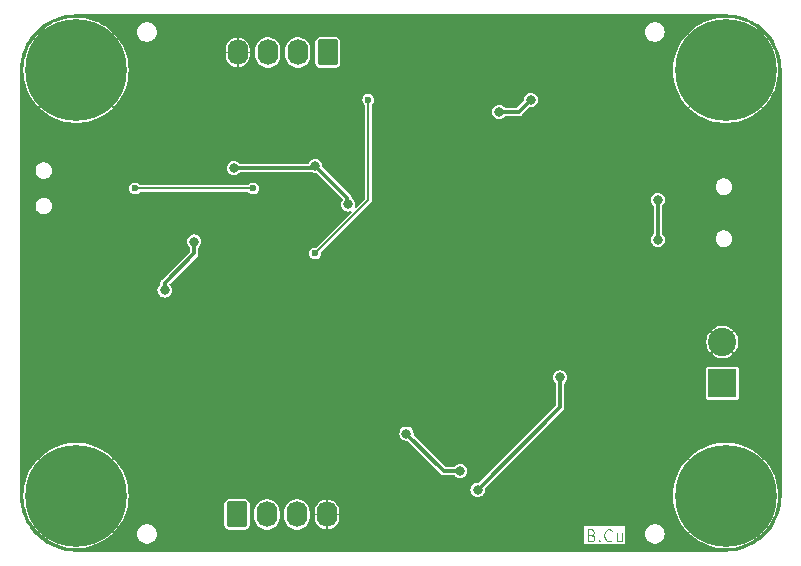
<source format=gbr>
%TF.GenerationSoftware,KiCad,Pcbnew,8.0.1*%
%TF.CreationDate,2024-04-03T13:36:13+02:00*%
%TF.ProjectId,stm32f405_v8,73746d33-3266-4343-9035-5f76382e6b69,rev?*%
%TF.SameCoordinates,Original*%
%TF.FileFunction,Copper,L4,Bot*%
%TF.FilePolarity,Positive*%
%FSLAX46Y46*%
G04 Gerber Fmt 4.6, Leading zero omitted, Abs format (unit mm)*
G04 Created by KiCad (PCBNEW 8.0.1) date 2024-04-03 13:36:13*
%MOMM*%
%LPD*%
G01*
G04 APERTURE LIST*
G04 Aperture macros list*
%AMRoundRect*
0 Rectangle with rounded corners*
0 $1 Rounding radius*
0 $2 $3 $4 $5 $6 $7 $8 $9 X,Y pos of 4 corners*
0 Add a 4 corners polygon primitive as box body*
4,1,4,$2,$3,$4,$5,$6,$7,$8,$9,$2,$3,0*
0 Add four circle primitives for the rounded corners*
1,1,$1+$1,$2,$3*
1,1,$1+$1,$4,$5*
1,1,$1+$1,$6,$7*
1,1,$1+$1,$8,$9*
0 Add four rect primitives between the rounded corners*
20,1,$1+$1,$2,$3,$4,$5,0*
20,1,$1+$1,$4,$5,$6,$7,0*
20,1,$1+$1,$6,$7,$8,$9,0*
20,1,$1+$1,$8,$9,$2,$3,0*%
G04 Aperture macros list end*
%ADD10C,0.100000*%
%TA.AperFunction,NonConductor*%
%ADD11C,0.100000*%
%TD*%
%TA.AperFunction,ComponentPad*%
%ADD12RoundRect,0.250000X-0.620000X-0.845000X0.620000X-0.845000X0.620000X0.845000X-0.620000X0.845000X0*%
%TD*%
%TA.AperFunction,ComponentPad*%
%ADD13O,1.740000X2.190000*%
%TD*%
%TA.AperFunction,ComponentPad*%
%ADD14RoundRect,0.250000X0.620000X0.845000X-0.620000X0.845000X-0.620000X-0.845000X0.620000X-0.845000X0*%
%TD*%
%TA.AperFunction,ComponentPad*%
%ADD15C,0.900000*%
%TD*%
%TA.AperFunction,ComponentPad*%
%ADD16C,8.600000*%
%TD*%
%TA.AperFunction,ComponentPad*%
%ADD17R,2.400000X2.400000*%
%TD*%
%TA.AperFunction,ComponentPad*%
%ADD18C,2.400000*%
%TD*%
%TA.AperFunction,ViaPad*%
%ADD19C,0.600000*%
%TD*%
%TA.AperFunction,ViaPad*%
%ADD20C,0.800000*%
%TD*%
%TA.AperFunction,Conductor*%
%ADD21C,0.304800*%
%TD*%
%TA.AperFunction,Conductor*%
%ADD22C,0.152400*%
%TD*%
G04 APERTURE END LIST*
D10*
D11*
X123637217Y-119348609D02*
X123780074Y-119396228D01*
X123780074Y-119396228D02*
X123827693Y-119443847D01*
X123827693Y-119443847D02*
X123875312Y-119539085D01*
X123875312Y-119539085D02*
X123875312Y-119681942D01*
X123875312Y-119681942D02*
X123827693Y-119777180D01*
X123827693Y-119777180D02*
X123780074Y-119824800D01*
X123780074Y-119824800D02*
X123684836Y-119872419D01*
X123684836Y-119872419D02*
X123303884Y-119872419D01*
X123303884Y-119872419D02*
X123303884Y-118872419D01*
X123303884Y-118872419D02*
X123637217Y-118872419D01*
X123637217Y-118872419D02*
X123732455Y-118920038D01*
X123732455Y-118920038D02*
X123780074Y-118967657D01*
X123780074Y-118967657D02*
X123827693Y-119062895D01*
X123827693Y-119062895D02*
X123827693Y-119158133D01*
X123827693Y-119158133D02*
X123780074Y-119253371D01*
X123780074Y-119253371D02*
X123732455Y-119300990D01*
X123732455Y-119300990D02*
X123637217Y-119348609D01*
X123637217Y-119348609D02*
X123303884Y-119348609D01*
X124303884Y-119777180D02*
X124351503Y-119824800D01*
X124351503Y-119824800D02*
X124303884Y-119872419D01*
X124303884Y-119872419D02*
X124256265Y-119824800D01*
X124256265Y-119824800D02*
X124303884Y-119777180D01*
X124303884Y-119777180D02*
X124303884Y-119872419D01*
X125351502Y-119777180D02*
X125303883Y-119824800D01*
X125303883Y-119824800D02*
X125161026Y-119872419D01*
X125161026Y-119872419D02*
X125065788Y-119872419D01*
X125065788Y-119872419D02*
X124922931Y-119824800D01*
X124922931Y-119824800D02*
X124827693Y-119729561D01*
X124827693Y-119729561D02*
X124780074Y-119634323D01*
X124780074Y-119634323D02*
X124732455Y-119443847D01*
X124732455Y-119443847D02*
X124732455Y-119300990D01*
X124732455Y-119300990D02*
X124780074Y-119110514D01*
X124780074Y-119110514D02*
X124827693Y-119015276D01*
X124827693Y-119015276D02*
X124922931Y-118920038D01*
X124922931Y-118920038D02*
X125065788Y-118872419D01*
X125065788Y-118872419D02*
X125161026Y-118872419D01*
X125161026Y-118872419D02*
X125303883Y-118920038D01*
X125303883Y-118920038D02*
X125351502Y-118967657D01*
X126208645Y-119205752D02*
X126208645Y-119872419D01*
X125780074Y-119205752D02*
X125780074Y-119729561D01*
X125780074Y-119729561D02*
X125827693Y-119824800D01*
X125827693Y-119824800D02*
X125922931Y-119872419D01*
X125922931Y-119872419D02*
X126065788Y-119872419D01*
X126065788Y-119872419D02*
X126161026Y-119824800D01*
X126161026Y-119824800D02*
X126208645Y-119777180D01*
D12*
%TO.P,J4,1,Pin_1*%
%TO.N,+3.3V*%
X93620000Y-117600000D03*
D13*
%TO.P,J4,2,Pin_2*%
%TO.N,UART3_TX*%
X96160000Y-117600000D03*
%TO.P,J4,3,Pin_3*%
%TO.N,UART3_RX*%
X98700000Y-117600000D03*
%TO.P,J4,4,Pin_4*%
%TO.N,GND*%
X101240000Y-117600000D03*
%TD*%
D14*
%TO.P,J3,1,Pin_1*%
%TO.N,+3.3V*%
X101310000Y-78480000D03*
D13*
%TO.P,J3,2,Pin_2*%
%TO.N,I2C_SCL*%
X98770000Y-78480000D03*
%TO.P,J3,3,Pin_3*%
%TO.N,I2C_SDA*%
X96230000Y-78480000D03*
%TO.P,J3,4,Pin_4*%
%TO.N,GND*%
X93690000Y-78480000D03*
%TD*%
D15*
%TO.P,H2,1,1*%
%TO.N,GND*%
X131775000Y-116000000D03*
X132719581Y-113719581D03*
X132719581Y-118280419D03*
X135000000Y-112775000D03*
D16*
X135000000Y-116000000D03*
D15*
X135000000Y-119225000D03*
X137280419Y-113719581D03*
X137280419Y-118280419D03*
X138225000Y-116000000D03*
%TD*%
D17*
%TO.P,J1,1,Pin_1*%
%TO.N,+12V*%
X134725000Y-106500000D03*
D18*
%TO.P,J1,2,Pin_2*%
%TO.N,GND*%
X134725000Y-103000000D03*
%TD*%
D15*
%TO.P,H1,1,1*%
%TO.N,GND*%
X131775000Y-80000000D03*
X132719581Y-77719581D03*
X132719581Y-82280419D03*
X135000000Y-76775000D03*
D16*
X135000000Y-80000000D03*
D15*
X135000000Y-83225000D03*
X137280419Y-77719581D03*
X137280419Y-82280419D03*
X138225000Y-80000000D03*
%TD*%
%TO.P,H4,1,1*%
%TO.N,GND*%
X76775000Y-80000000D03*
X77719581Y-77719581D03*
X77719581Y-82280419D03*
X80000000Y-76775000D03*
D16*
X80000000Y-80000000D03*
D15*
X80000000Y-83225000D03*
X82280419Y-77719581D03*
X82280419Y-82280419D03*
X83225000Y-80000000D03*
%TD*%
%TO.P,H3,1,1*%
%TO.N,GND*%
X76775000Y-116000000D03*
X77719581Y-113719581D03*
X77719581Y-118280419D03*
X80000000Y-112775000D03*
D16*
X80000000Y-116000000D03*
D15*
X80000000Y-119225000D03*
X82280419Y-113719581D03*
X82280419Y-118280419D03*
X83225000Y-116000000D03*
%TD*%
D19*
%TO.N,GND*%
X97500000Y-102000000D03*
X96900000Y-83200000D03*
X100225000Y-90675000D03*
X96375000Y-106125000D03*
X109950000Y-89050000D03*
X98525000Y-106800000D03*
X99000000Y-83100000D03*
D20*
%TO.N,+3.3V*%
X121000000Y-106000000D03*
X107975000Y-110750000D03*
X100250000Y-88075000D03*
X112525000Y-113925000D03*
X114000000Y-115500000D03*
X103050000Y-91350000D03*
X87500000Y-98625000D03*
X115823800Y-83500000D03*
X90002400Y-94497600D03*
X93350000Y-88275000D03*
X118500000Y-82500000D03*
D19*
%TO.N,BOOT0*%
X95000000Y-90000000D03*
X85000000Y-90000000D03*
D20*
%TO.N,+5V*%
X129250000Y-94350000D03*
X129250000Y-90950000D03*
D19*
%TO.N,NRST*%
X104750000Y-82500000D03*
X100250000Y-95500000D03*
%TD*%
D21*
%TO.N,+3.3V*%
X87500000Y-98000000D02*
X87500000Y-98625000D01*
X90002400Y-95497600D02*
X87500000Y-98000000D01*
X90002400Y-94497600D02*
X90002400Y-95497600D01*
X114000000Y-115500000D02*
X121000000Y-108500000D01*
X117500000Y-83500000D02*
X115823800Y-83500000D01*
X100050000Y-88275000D02*
X93350000Y-88275000D01*
X102975000Y-90800000D02*
X100250000Y-88075000D01*
X118500000Y-82500000D02*
X117500000Y-83500000D01*
X103050000Y-91350000D02*
X102975000Y-91275000D01*
X121000000Y-108500000D02*
X121000000Y-106000000D01*
X111150000Y-113925000D02*
X112525000Y-113925000D01*
X102975000Y-91275000D02*
X102975000Y-90800000D01*
X100250000Y-88075000D02*
X100050000Y-88275000D01*
X107975000Y-110750000D02*
X111150000Y-113925000D01*
D22*
%TO.N,BOOT0*%
X85000000Y-90000000D02*
X95000000Y-90000000D01*
D21*
%TO.N,+5V*%
X129250000Y-94350000D02*
X129250000Y-90950000D01*
D22*
%TO.N,NRST*%
X104750000Y-91000000D02*
X104750000Y-82500000D01*
X100250000Y-95500000D02*
X104750000Y-91000000D01*
%TD*%
%TA.AperFunction,Conductor*%
%TO.N,GND*%
G36*
X135001649Y-75254572D02*
G01*
X135410316Y-75272414D01*
X135416836Y-75272984D01*
X135820819Y-75326170D01*
X135827245Y-75327304D01*
X136225026Y-75415489D01*
X136231346Y-75417183D01*
X136619926Y-75539703D01*
X136626091Y-75541946D01*
X136746819Y-75591952D01*
X137002520Y-75697867D01*
X137008444Y-75700630D01*
X137369841Y-75888762D01*
X137375506Y-75892032D01*
X137475596Y-75955796D01*
X137719138Y-76110950D01*
X137724512Y-76114713D01*
X138047747Y-76362740D01*
X138052772Y-76366957D01*
X138222635Y-76522608D01*
X138353160Y-76642212D01*
X138357793Y-76646845D01*
X138633042Y-76947227D01*
X138637259Y-76952252D01*
X138885286Y-77275487D01*
X138889049Y-77280861D01*
X139052659Y-77537677D01*
X139094437Y-77603255D01*
X139107962Y-77624484D01*
X139111242Y-77630166D01*
X139299364Y-77991545D01*
X139302137Y-77997490D01*
X139458053Y-78373908D01*
X139460296Y-78380073D01*
X139582816Y-78768653D01*
X139584514Y-78774990D01*
X139672692Y-79172737D01*
X139673832Y-79179197D01*
X139727014Y-79583155D01*
X139727585Y-79589691D01*
X139745428Y-79998350D01*
X139745500Y-80001630D01*
X139745500Y-115998369D01*
X139745428Y-116001649D01*
X139727585Y-116410308D01*
X139727014Y-116416844D01*
X139673832Y-116820802D01*
X139672692Y-116827262D01*
X139584514Y-117225009D01*
X139582816Y-117231346D01*
X139460296Y-117619926D01*
X139458053Y-117626091D01*
X139302137Y-118002509D01*
X139299364Y-118008454D01*
X139111242Y-118369833D01*
X139107962Y-118375515D01*
X138889049Y-118719138D01*
X138885286Y-118724512D01*
X138637259Y-119047747D01*
X138633042Y-119052772D01*
X138357793Y-119353154D01*
X138353154Y-119357793D01*
X138052772Y-119633042D01*
X138047747Y-119637259D01*
X137724512Y-119885286D01*
X137719138Y-119889049D01*
X137375515Y-120107962D01*
X137369833Y-120111242D01*
X137008454Y-120299364D01*
X137002509Y-120302137D01*
X136626091Y-120458053D01*
X136619926Y-120460296D01*
X136231346Y-120582816D01*
X136225009Y-120584514D01*
X135827262Y-120672692D01*
X135820802Y-120673832D01*
X135416844Y-120727014D01*
X135410308Y-120727585D01*
X135001649Y-120745428D01*
X134998369Y-120745500D01*
X80001631Y-120745500D01*
X79998351Y-120745428D01*
X79589691Y-120727585D01*
X79583155Y-120727014D01*
X79179197Y-120673832D01*
X79172737Y-120672692D01*
X78774990Y-120584514D01*
X78768653Y-120582816D01*
X78380073Y-120460296D01*
X78373908Y-120458053D01*
X77997490Y-120302137D01*
X77991545Y-120299364D01*
X77630166Y-120111242D01*
X77624484Y-120107962D01*
X77581377Y-120080500D01*
X77475507Y-120013053D01*
X77280861Y-119889049D01*
X77275487Y-119885286D01*
X76952252Y-119637259D01*
X76947227Y-119633042D01*
X76649209Y-119359959D01*
X76646839Y-119357787D01*
X76642212Y-119353160D01*
X76446924Y-119140041D01*
X76366957Y-119052772D01*
X76362740Y-119047747D01*
X76114713Y-118724512D01*
X76110950Y-118719138D01*
X76071051Y-118656509D01*
X75892032Y-118375506D01*
X75888762Y-118369841D01*
X75700630Y-118008444D01*
X75697867Y-118002520D01*
X75563585Y-117678333D01*
X75541946Y-117626091D01*
X75539703Y-117619926D01*
X75417183Y-117231346D01*
X75415489Y-117225026D01*
X75327304Y-116827245D01*
X75326170Y-116820819D01*
X75272984Y-116416836D01*
X75272414Y-116410308D01*
X75269894Y-116352600D01*
X75254572Y-116001649D01*
X75254536Y-116000000D01*
X75542551Y-116000000D01*
X75562734Y-116423697D01*
X75623103Y-116843578D01*
X75623103Y-116843580D01*
X75723109Y-117255811D01*
X75861847Y-117656668D01*
X76038051Y-118042502D01*
X76038063Y-118042525D01*
X76250154Y-118409877D01*
X76250155Y-118409878D01*
X76496205Y-118755408D01*
X76496214Y-118755420D01*
X76773989Y-119075989D01*
X76773997Y-119075997D01*
X76795620Y-119096614D01*
X76795622Y-119096614D01*
X78425838Y-117466397D01*
X78533601Y-117574160D01*
X76905948Y-119201812D01*
X77080997Y-119368719D01*
X77081000Y-119368722D01*
X77414419Y-119630925D01*
X77414434Y-119630936D01*
X77771276Y-119860264D01*
X78148294Y-120054631D01*
X78148316Y-120054641D01*
X78542109Y-120212292D01*
X78949114Y-120331800D01*
X79365637Y-120412078D01*
X79365640Y-120412079D01*
X79787895Y-120452399D01*
X79787899Y-120452400D01*
X80212101Y-120452400D01*
X80212104Y-120452399D01*
X80634359Y-120412079D01*
X80634362Y-120412078D01*
X81050885Y-120331800D01*
X81457890Y-120212292D01*
X81851685Y-120054640D01*
X81851694Y-120054636D01*
X82228724Y-119860264D01*
X82585565Y-119630936D01*
X82585580Y-119630925D01*
X82918999Y-119368722D01*
X82919001Y-119368720D01*
X83043512Y-119250000D01*
X85164925Y-119250000D01*
X85183173Y-119423622D01*
X85183173Y-119423623D01*
X85237118Y-119589651D01*
X85237121Y-119589658D01*
X85324409Y-119740845D01*
X85441227Y-119870583D01*
X85441232Y-119870587D01*
X85582458Y-119973194D01*
X85582461Y-119973195D01*
X85582462Y-119973196D01*
X85741948Y-120044204D01*
X85912711Y-120080500D01*
X85912713Y-120080500D01*
X86087287Y-120080500D01*
X86087289Y-120080500D01*
X86258052Y-120044204D01*
X86417538Y-119973196D01*
X86558774Y-119870582D01*
X86675590Y-119740845D01*
X86688393Y-119718669D01*
X86762878Y-119589658D01*
X86762881Y-119589651D01*
X86782774Y-119528427D01*
X86816827Y-119423622D01*
X86835075Y-119250000D01*
X86816827Y-119076378D01*
X86782774Y-118971573D01*
X86762881Y-118910348D01*
X86762878Y-118910341D01*
X86675590Y-118759154D01*
X86558772Y-118629416D01*
X86558767Y-118629412D01*
X86417541Y-118526805D01*
X86355703Y-118499273D01*
X92549500Y-118499273D01*
X92552353Y-118529692D01*
X92552354Y-118529699D01*
X92552355Y-118529701D01*
X92597205Y-118657879D01*
X92597207Y-118657882D01*
X92677850Y-118767150D01*
X92786586Y-118847400D01*
X92787117Y-118847792D01*
X92787120Y-118847794D01*
X92805888Y-118854361D01*
X92915301Y-118892646D01*
X92929347Y-118893963D01*
X92945727Y-118895500D01*
X92945734Y-118895500D01*
X94294272Y-118895500D01*
X94308312Y-118894182D01*
X94324699Y-118892646D01*
X94452882Y-118847793D01*
X94562150Y-118767150D01*
X94642793Y-118657882D01*
X94687646Y-118529699D01*
X94689073Y-118514482D01*
X94690500Y-118499273D01*
X94690500Y-117930435D01*
X95089500Y-117930435D01*
X95127846Y-118123219D01*
X95130638Y-118137253D01*
X95211335Y-118332072D01*
X95328488Y-118507404D01*
X95328490Y-118507406D01*
X95328492Y-118507409D01*
X95477590Y-118656507D01*
X95477593Y-118656509D01*
X95477596Y-118656512D01*
X95652928Y-118773665D01*
X95847747Y-118854362D01*
X95985625Y-118881787D01*
X96054564Y-118895500D01*
X96054565Y-118895500D01*
X96265436Y-118895500D01*
X96317139Y-118885215D01*
X96472253Y-118854362D01*
X96667072Y-118773665D01*
X96842404Y-118656512D01*
X96991512Y-118507404D01*
X97108665Y-118332072D01*
X97189362Y-118137253D01*
X97230500Y-117930435D01*
X97629500Y-117930435D01*
X97667846Y-118123219D01*
X97670638Y-118137253D01*
X97751335Y-118332072D01*
X97868488Y-118507404D01*
X97868490Y-118507406D01*
X97868492Y-118507409D01*
X98017590Y-118656507D01*
X98017593Y-118656509D01*
X98017596Y-118656512D01*
X98192928Y-118773665D01*
X98387747Y-118854362D01*
X98525625Y-118881787D01*
X98594564Y-118895500D01*
X98594565Y-118895500D01*
X98805436Y-118895500D01*
X98857139Y-118885215D01*
X99012253Y-118854362D01*
X99207072Y-118773665D01*
X99382404Y-118656512D01*
X99531512Y-118507404D01*
X99648665Y-118332072D01*
X99729362Y-118137253D01*
X99770500Y-117930435D01*
X99770500Y-117925698D01*
X100217600Y-117925698D01*
X100256889Y-118123219D01*
X100256890Y-118123222D01*
X100333960Y-118309286D01*
X100445852Y-118476744D01*
X100445854Y-118476747D01*
X100588252Y-118619145D01*
X100588255Y-118619147D01*
X100755713Y-118731039D01*
X100941777Y-118808109D01*
X100941780Y-118808110D01*
X101139301Y-118847400D01*
X101163800Y-118847400D01*
X101163800Y-118195000D01*
X101316200Y-118195000D01*
X101316200Y-118847400D01*
X101340699Y-118847400D01*
X101538219Y-118808110D01*
X101538222Y-118808109D01*
X101724286Y-118731039D01*
X101891744Y-118619147D01*
X101891747Y-118619145D01*
X101897700Y-118613192D01*
X123048384Y-118613192D01*
X123048384Y-120131646D01*
X126464145Y-120131646D01*
X126464145Y-119250000D01*
X128164925Y-119250000D01*
X128183173Y-119423622D01*
X128183173Y-119423623D01*
X128237118Y-119589651D01*
X128237121Y-119589658D01*
X128324409Y-119740845D01*
X128441227Y-119870583D01*
X128441232Y-119870587D01*
X128582458Y-119973194D01*
X128582461Y-119973195D01*
X128582462Y-119973196D01*
X128741948Y-120044204D01*
X128912711Y-120080500D01*
X128912713Y-120080500D01*
X129087287Y-120080500D01*
X129087289Y-120080500D01*
X129258052Y-120044204D01*
X129417538Y-119973196D01*
X129558774Y-119870582D01*
X129675590Y-119740845D01*
X129688393Y-119718669D01*
X129762878Y-119589658D01*
X129762881Y-119589651D01*
X129782774Y-119528427D01*
X129816827Y-119423622D01*
X129835075Y-119250000D01*
X129816827Y-119076378D01*
X129782774Y-118971573D01*
X129762881Y-118910348D01*
X129762878Y-118910341D01*
X129675590Y-118759154D01*
X129558772Y-118629416D01*
X129558767Y-118629412D01*
X129417541Y-118526805D01*
X129258053Y-118455796D01*
X129201131Y-118443697D01*
X129087289Y-118419500D01*
X128912711Y-118419500D01*
X128827329Y-118437648D01*
X128741946Y-118455796D01*
X128582459Y-118526805D01*
X128441232Y-118629412D01*
X128441227Y-118629416D01*
X128324409Y-118759154D01*
X128237121Y-118910341D01*
X128237118Y-118910348D01*
X128183173Y-119076376D01*
X128183173Y-119076377D01*
X128164925Y-119249999D01*
X128164925Y-119250000D01*
X126464145Y-119250000D01*
X126464145Y-118613192D01*
X123048384Y-118613192D01*
X101897700Y-118613192D01*
X102034145Y-118476747D01*
X102034147Y-118476744D01*
X102146039Y-118309286D01*
X102223109Y-118123222D01*
X102223110Y-118123219D01*
X102262400Y-117925698D01*
X102262400Y-117676200D01*
X101835000Y-117676200D01*
X101835000Y-117523800D01*
X102262400Y-117523800D01*
X102262400Y-117274301D01*
X102223110Y-117076780D01*
X102223109Y-117076777D01*
X102146039Y-116890713D01*
X102034147Y-116723255D01*
X102034145Y-116723252D01*
X101891747Y-116580854D01*
X101891744Y-116580852D01*
X101724286Y-116468960D01*
X101538222Y-116391890D01*
X101538219Y-116391889D01*
X101340699Y-116352600D01*
X101316200Y-116352600D01*
X101316200Y-117005000D01*
X101163800Y-117005000D01*
X101163800Y-116352600D01*
X101139301Y-116352600D01*
X100941780Y-116391889D01*
X100941777Y-116391890D01*
X100755713Y-116468960D01*
X100588255Y-116580852D01*
X100588252Y-116580854D01*
X100445854Y-116723252D01*
X100445852Y-116723255D01*
X100333960Y-116890713D01*
X100256890Y-117076777D01*
X100256889Y-117076780D01*
X100217600Y-117274301D01*
X100217600Y-117523800D01*
X100645000Y-117523800D01*
X100645000Y-117676200D01*
X100217600Y-117676200D01*
X100217600Y-117925698D01*
X99770500Y-117925698D01*
X99770500Y-117269565D01*
X99763557Y-117234662D01*
X99741522Y-117123882D01*
X99729362Y-117062747D01*
X99648665Y-116867928D01*
X99531512Y-116692596D01*
X99531509Y-116692593D01*
X99531507Y-116692590D01*
X99382409Y-116543492D01*
X99382406Y-116543490D01*
X99382404Y-116543488D01*
X99207072Y-116426335D01*
X99200703Y-116423697D01*
X99123912Y-116391889D01*
X99012253Y-116345638D01*
X99012251Y-116345637D01*
X99012250Y-116345637D01*
X98805436Y-116304500D01*
X98805435Y-116304500D01*
X98594565Y-116304500D01*
X98594564Y-116304500D01*
X98387749Y-116345637D01*
X98387747Y-116345638D01*
X98192929Y-116426334D01*
X98017593Y-116543490D01*
X98017590Y-116543492D01*
X97868492Y-116692590D01*
X97868490Y-116692593D01*
X97751334Y-116867929D01*
X97670638Y-117062747D01*
X97670637Y-117062749D01*
X97629500Y-117269564D01*
X97629500Y-117930435D01*
X97230500Y-117930435D01*
X97230500Y-117269565D01*
X97223557Y-117234662D01*
X97201522Y-117123882D01*
X97189362Y-117062747D01*
X97108665Y-116867928D01*
X96991512Y-116692596D01*
X96991509Y-116692593D01*
X96991507Y-116692590D01*
X96842409Y-116543492D01*
X96842406Y-116543490D01*
X96842404Y-116543488D01*
X96667072Y-116426335D01*
X96660703Y-116423697D01*
X96583912Y-116391889D01*
X96472253Y-116345638D01*
X96472251Y-116345637D01*
X96472250Y-116345637D01*
X96265436Y-116304500D01*
X96265435Y-116304500D01*
X96054565Y-116304500D01*
X96054564Y-116304500D01*
X95847749Y-116345637D01*
X95847747Y-116345638D01*
X95652929Y-116426334D01*
X95477593Y-116543490D01*
X95477590Y-116543492D01*
X95328492Y-116692590D01*
X95328490Y-116692593D01*
X95211334Y-116867929D01*
X95130638Y-117062747D01*
X95130637Y-117062749D01*
X95089500Y-117269564D01*
X95089500Y-117930435D01*
X94690500Y-117930435D01*
X94690500Y-116700726D01*
X94688869Y-116683343D01*
X94687646Y-116670301D01*
X94643273Y-116543490D01*
X94642794Y-116542120D01*
X94642792Y-116542117D01*
X94562150Y-116432850D01*
X94452882Y-116352207D01*
X94452879Y-116352205D01*
X94355470Y-116318121D01*
X94324699Y-116307354D01*
X94324694Y-116307353D01*
X94324692Y-116307353D01*
X94294273Y-116304500D01*
X94294266Y-116304500D01*
X92945734Y-116304500D01*
X92945727Y-116304500D01*
X92915307Y-116307353D01*
X92915303Y-116307353D01*
X92915301Y-116307354D01*
X92915298Y-116307354D01*
X92915298Y-116307355D01*
X92787120Y-116352205D01*
X92787117Y-116352207D01*
X92677850Y-116432850D01*
X92597207Y-116542117D01*
X92597205Y-116542120D01*
X92552355Y-116670298D01*
X92552353Y-116670307D01*
X92549500Y-116700726D01*
X92549500Y-118499273D01*
X86355703Y-118499273D01*
X86258053Y-118455796D01*
X86201131Y-118443697D01*
X86087289Y-118419500D01*
X85912711Y-118419500D01*
X85827329Y-118437648D01*
X85741946Y-118455796D01*
X85582459Y-118526805D01*
X85441232Y-118629412D01*
X85441227Y-118629416D01*
X85324409Y-118759154D01*
X85237121Y-118910341D01*
X85237118Y-118910348D01*
X85183173Y-119076376D01*
X85183173Y-119076377D01*
X85164925Y-119249999D01*
X85164925Y-119250000D01*
X83043512Y-119250000D01*
X83094050Y-119201812D01*
X81466398Y-117574160D01*
X81574160Y-117466398D01*
X83204376Y-119096614D01*
X83204377Y-119096614D01*
X83226011Y-119075988D01*
X83503785Y-118755420D01*
X83503794Y-118755408D01*
X83749844Y-118409878D01*
X83749845Y-118409877D01*
X83961936Y-118042525D01*
X83961948Y-118042502D01*
X84138152Y-117656668D01*
X84276890Y-117255811D01*
X84376896Y-116843580D01*
X84376896Y-116843578D01*
X84437265Y-116423697D01*
X84457448Y-116000000D01*
X84437265Y-115576302D01*
X84426295Y-115500000D01*
X113394318Y-115500000D01*
X113414956Y-115656763D01*
X113475463Y-115802839D01*
X113475465Y-115802842D01*
X113571717Y-115928282D01*
X113649801Y-115988197D01*
X113697159Y-116024536D01*
X113843238Y-116085044D01*
X114000000Y-116105682D01*
X114156762Y-116085044D01*
X114302841Y-116024536D01*
X114334817Y-116000000D01*
X130542551Y-116000000D01*
X130562734Y-116423697D01*
X130623103Y-116843578D01*
X130623103Y-116843580D01*
X130723109Y-117255811D01*
X130861847Y-117656668D01*
X131038051Y-118042502D01*
X131038063Y-118042525D01*
X131250154Y-118409877D01*
X131250155Y-118409878D01*
X131496205Y-118755408D01*
X131496214Y-118755420D01*
X131773989Y-119075989D01*
X131773997Y-119075997D01*
X131795620Y-119096614D01*
X131795622Y-119096614D01*
X133425838Y-117466397D01*
X133533601Y-117574160D01*
X131905948Y-119201812D01*
X132080997Y-119368719D01*
X132081000Y-119368722D01*
X132414419Y-119630925D01*
X132414434Y-119630936D01*
X132771276Y-119860264D01*
X133148294Y-120054631D01*
X133148316Y-120054641D01*
X133542109Y-120212292D01*
X133949114Y-120331800D01*
X134365637Y-120412078D01*
X134365640Y-120412079D01*
X134787895Y-120452399D01*
X134787899Y-120452400D01*
X135212101Y-120452400D01*
X135212104Y-120452399D01*
X135634359Y-120412079D01*
X135634362Y-120412078D01*
X136050885Y-120331800D01*
X136457890Y-120212292D01*
X136851685Y-120054640D01*
X136851694Y-120054636D01*
X137228724Y-119860264D01*
X137585565Y-119630936D01*
X137585580Y-119630925D01*
X137918999Y-119368722D01*
X137919001Y-119368720D01*
X138094050Y-119201812D01*
X136466398Y-117574160D01*
X136574160Y-117466398D01*
X138204376Y-119096614D01*
X138204377Y-119096614D01*
X138226011Y-119075988D01*
X138503785Y-118755420D01*
X138503794Y-118755408D01*
X138749844Y-118409878D01*
X138749845Y-118409877D01*
X138961936Y-118042525D01*
X138961948Y-118042502D01*
X139138152Y-117656668D01*
X139276890Y-117255811D01*
X139376896Y-116843580D01*
X139376896Y-116843578D01*
X139437265Y-116423697D01*
X139457448Y-116000000D01*
X139437265Y-115576302D01*
X139376896Y-115156421D01*
X139376896Y-115156419D01*
X139276890Y-114744188D01*
X139138152Y-114343331D01*
X138961948Y-113957497D01*
X138961936Y-113957474D01*
X138749845Y-113590122D01*
X138749844Y-113590121D01*
X138503794Y-113244591D01*
X138503785Y-113244579D01*
X138226010Y-112924010D01*
X138226002Y-112924002D01*
X138204378Y-112903384D01*
X138204376Y-112903384D01*
X136574159Y-114533600D01*
X136466398Y-114425839D01*
X138094050Y-112798186D01*
X137919002Y-112631280D01*
X137918999Y-112631277D01*
X137585580Y-112369074D01*
X137585565Y-112369063D01*
X137228724Y-112139735D01*
X136851694Y-111945363D01*
X136851685Y-111945359D01*
X136457890Y-111787707D01*
X136050885Y-111668199D01*
X135634362Y-111587921D01*
X135634359Y-111587920D01*
X135212104Y-111547600D01*
X134787895Y-111547600D01*
X134365640Y-111587920D01*
X134365637Y-111587921D01*
X133949114Y-111668199D01*
X133542109Y-111787707D01*
X133148316Y-111945358D01*
X133148294Y-111945368D01*
X132771276Y-112139735D01*
X132414434Y-112369063D01*
X132414419Y-112369074D01*
X132081000Y-112631277D01*
X132080997Y-112631280D01*
X131905948Y-112798186D01*
X133533601Y-114425839D01*
X133425839Y-114533601D01*
X131795622Y-112903384D01*
X131795621Y-112903384D01*
X131773993Y-112924006D01*
X131496214Y-113244579D01*
X131496205Y-113244591D01*
X131250155Y-113590121D01*
X131250154Y-113590122D01*
X131038063Y-113957474D01*
X131038051Y-113957497D01*
X130861847Y-114343331D01*
X130723109Y-114744188D01*
X130623103Y-115156419D01*
X130623103Y-115156421D01*
X130562734Y-115576302D01*
X130542551Y-116000000D01*
X114334817Y-116000000D01*
X114428282Y-115928282D01*
X114524536Y-115802841D01*
X114585044Y-115656762D01*
X114605682Y-115500000D01*
X114598119Y-115442560D01*
X114609252Y-115392342D01*
X114619497Y-115379577D01*
X121282390Y-108716686D01*
X121328850Y-108636214D01*
X121352900Y-108546460D01*
X121352900Y-108453540D01*
X121352900Y-107719748D01*
X133324500Y-107719748D01*
X133336132Y-107778229D01*
X133336133Y-107778231D01*
X133380448Y-107844552D01*
X133446769Y-107888867D01*
X133476010Y-107894683D01*
X133505251Y-107900500D01*
X133505252Y-107900500D01*
X135944749Y-107900500D01*
X135964242Y-107896622D01*
X136003231Y-107888867D01*
X136069552Y-107844552D01*
X136113867Y-107778231D01*
X136125500Y-107719748D01*
X136125500Y-105280252D01*
X136113867Y-105221769D01*
X136069552Y-105155448D01*
X136003231Y-105111133D01*
X136003229Y-105111132D01*
X135944749Y-105099500D01*
X135944748Y-105099500D01*
X133505252Y-105099500D01*
X133505251Y-105099500D01*
X133446770Y-105111132D01*
X133446768Y-105111133D01*
X133380448Y-105155448D01*
X133336133Y-105221768D01*
X133336132Y-105221770D01*
X133324500Y-105280251D01*
X133324500Y-107719748D01*
X121352900Y-107719748D01*
X121352900Y-106523208D01*
X121370493Y-106474870D01*
X121382316Y-106463551D01*
X121428282Y-106428282D01*
X121524536Y-106302841D01*
X121585044Y-106156762D01*
X121605682Y-106000000D01*
X121585044Y-105843238D01*
X121524536Y-105697159D01*
X121488197Y-105649801D01*
X121428282Y-105571717D01*
X121302842Y-105475465D01*
X121302841Y-105475464D01*
X121302839Y-105475463D01*
X121156763Y-105414956D01*
X121000000Y-105394318D01*
X120843236Y-105414956D01*
X120697160Y-105475463D01*
X120697157Y-105475465D01*
X120571717Y-105571717D01*
X120475465Y-105697157D01*
X120475463Y-105697160D01*
X120414956Y-105843236D01*
X120414956Y-105843238D01*
X120394318Y-106000000D01*
X120414956Y-106156762D01*
X120475464Y-106302841D01*
X120571718Y-106428282D01*
X120617679Y-106463548D01*
X120645317Y-106506930D01*
X120647100Y-106523208D01*
X120647100Y-108322675D01*
X120629507Y-108371013D01*
X120625074Y-108375849D01*
X114120426Y-114880496D01*
X114073806Y-114902236D01*
X114057438Y-114901879D01*
X114000001Y-114894318D01*
X114000000Y-114894318D01*
X113947746Y-114901197D01*
X113843236Y-114914956D01*
X113697160Y-114975463D01*
X113697157Y-114975465D01*
X113571717Y-115071717D01*
X113475465Y-115197157D01*
X113475463Y-115197160D01*
X113414956Y-115343236D01*
X113394318Y-115500000D01*
X84426295Y-115500000D01*
X84376896Y-115156421D01*
X84376896Y-115156419D01*
X84276890Y-114744188D01*
X84138152Y-114343331D01*
X83961948Y-113957497D01*
X83961936Y-113957474D01*
X83749845Y-113590122D01*
X83749844Y-113590121D01*
X83503794Y-113244591D01*
X83503785Y-113244579D01*
X83226010Y-112924010D01*
X83226002Y-112924002D01*
X83204378Y-112903384D01*
X83204376Y-112903384D01*
X81574159Y-114533600D01*
X81466398Y-114425839D01*
X83094050Y-112798186D01*
X82919002Y-112631280D01*
X82918999Y-112631277D01*
X82585580Y-112369074D01*
X82585565Y-112369063D01*
X82228724Y-112139735D01*
X81851694Y-111945363D01*
X81851685Y-111945359D01*
X81457890Y-111787707D01*
X81050885Y-111668199D01*
X80634362Y-111587921D01*
X80634359Y-111587920D01*
X80212104Y-111547600D01*
X79787895Y-111547600D01*
X79365640Y-111587920D01*
X79365637Y-111587921D01*
X78949114Y-111668199D01*
X78542109Y-111787707D01*
X78148316Y-111945358D01*
X78148294Y-111945368D01*
X77771276Y-112139735D01*
X77414434Y-112369063D01*
X77414419Y-112369074D01*
X77081000Y-112631277D01*
X77080997Y-112631280D01*
X76905948Y-112798186D01*
X78533601Y-114425839D01*
X78425839Y-114533601D01*
X76795622Y-112903384D01*
X76795621Y-112903384D01*
X76773993Y-112924006D01*
X76496214Y-113244579D01*
X76496205Y-113244591D01*
X76250155Y-113590121D01*
X76250154Y-113590122D01*
X76038063Y-113957474D01*
X76038051Y-113957497D01*
X75861847Y-114343331D01*
X75723109Y-114744188D01*
X75623103Y-115156419D01*
X75623103Y-115156421D01*
X75562734Y-115576302D01*
X75542551Y-116000000D01*
X75254536Y-116000000D01*
X75254500Y-115998369D01*
X75254500Y-110750000D01*
X107369318Y-110750000D01*
X107389956Y-110906763D01*
X107450463Y-111052839D01*
X107450465Y-111052842D01*
X107546717Y-111178282D01*
X107624801Y-111238197D01*
X107672159Y-111274536D01*
X107818238Y-111335044D01*
X107975000Y-111355682D01*
X107975001Y-111355681D01*
X107975003Y-111355682D01*
X108032435Y-111348120D01*
X108082656Y-111359252D01*
X108095426Y-111369502D01*
X110933309Y-114207386D01*
X110933312Y-114207388D01*
X110933314Y-114207390D01*
X111013786Y-114253850D01*
X111103540Y-114277900D01*
X111196460Y-114277900D01*
X112001791Y-114277900D01*
X112050129Y-114295493D01*
X112061451Y-114307321D01*
X112096717Y-114353282D01*
X112174801Y-114413197D01*
X112222159Y-114449536D01*
X112368238Y-114510044D01*
X112525000Y-114530682D01*
X112681762Y-114510044D01*
X112827841Y-114449536D01*
X112953282Y-114353282D01*
X113049536Y-114227841D01*
X113110044Y-114081762D01*
X113130682Y-113925000D01*
X113110044Y-113768238D01*
X113049536Y-113622159D01*
X113013197Y-113574801D01*
X112953282Y-113496717D01*
X112827842Y-113400465D01*
X112827841Y-113400464D01*
X112827839Y-113400463D01*
X112681763Y-113339956D01*
X112525000Y-113319318D01*
X112368236Y-113339956D01*
X112222160Y-113400463D01*
X112222157Y-113400465D01*
X112096717Y-113496717D01*
X112061451Y-113542679D01*
X112018068Y-113570317D01*
X112001791Y-113572100D01*
X111327324Y-113572100D01*
X111278986Y-113554507D01*
X111274150Y-113550074D01*
X108594502Y-110870426D01*
X108572762Y-110823806D01*
X108573120Y-110807435D01*
X108580682Y-110750003D01*
X108580682Y-110750002D01*
X108580682Y-110750000D01*
X108560044Y-110593238D01*
X108499536Y-110447159D01*
X108463197Y-110399801D01*
X108403282Y-110321717D01*
X108277842Y-110225465D01*
X108277841Y-110225464D01*
X108277839Y-110225463D01*
X108131763Y-110164956D01*
X107975000Y-110144318D01*
X107818236Y-110164956D01*
X107672160Y-110225463D01*
X107672157Y-110225465D01*
X107546717Y-110321717D01*
X107450465Y-110447157D01*
X107450463Y-110447160D01*
X107389956Y-110593236D01*
X107369318Y-110750000D01*
X75254500Y-110750000D01*
X75254500Y-103000001D01*
X133367965Y-103000001D01*
X133386472Y-103223357D01*
X133441494Y-103440631D01*
X133441496Y-103440639D01*
X133531520Y-103645871D01*
X133531520Y-103645873D01*
X133654109Y-103833508D01*
X133716237Y-103900997D01*
X133716239Y-103900998D01*
X134246855Y-103370382D01*
X134354617Y-103478144D01*
X133821905Y-104010855D01*
X133821905Y-104010857D01*
X133982773Y-104136065D01*
X134179879Y-104242733D01*
X134179881Y-104242734D01*
X134391865Y-104315508D01*
X134391875Y-104315511D01*
X134612933Y-104352399D01*
X134612940Y-104352400D01*
X134837060Y-104352400D01*
X134837066Y-104352399D01*
X135058124Y-104315511D01*
X135058134Y-104315508D01*
X135270118Y-104242734D01*
X135270120Y-104242733D01*
X135467226Y-104136065D01*
X135628093Y-104010857D01*
X135628093Y-104010855D01*
X135095382Y-103478144D01*
X135203145Y-103370382D01*
X135733760Y-103900997D01*
X135733761Y-103900997D01*
X135795892Y-103833507D01*
X135918476Y-103645879D01*
X135918479Y-103645871D01*
X136008503Y-103440639D01*
X136008505Y-103440631D01*
X136063527Y-103223357D01*
X136082035Y-103000001D01*
X136082035Y-102999998D01*
X136063527Y-102776642D01*
X136008505Y-102559368D01*
X136008503Y-102559360D01*
X135918479Y-102354128D01*
X135918479Y-102354126D01*
X135795890Y-102166491D01*
X135733760Y-102099001D01*
X135203144Y-102629617D01*
X135095382Y-102521855D01*
X135628093Y-101989143D01*
X135628093Y-101989141D01*
X135467225Y-101863933D01*
X135270120Y-101757266D01*
X135270118Y-101757265D01*
X135058134Y-101684491D01*
X135058124Y-101684488D01*
X134837066Y-101647600D01*
X134612933Y-101647600D01*
X134391875Y-101684488D01*
X134391865Y-101684491D01*
X134179881Y-101757265D01*
X134179879Y-101757266D01*
X133982774Y-101863933D01*
X133821905Y-101989141D01*
X133821905Y-101989143D01*
X134354617Y-102521855D01*
X134246855Y-102629617D01*
X133716238Y-102099000D01*
X133716238Y-102099001D01*
X133654109Y-102166491D01*
X133531520Y-102354126D01*
X133531520Y-102354128D01*
X133441496Y-102559360D01*
X133441494Y-102559368D01*
X133386472Y-102776642D01*
X133367965Y-102999998D01*
X133367965Y-103000001D01*
X75254500Y-103000001D01*
X75254500Y-98625000D01*
X86894318Y-98625000D01*
X86914956Y-98781763D01*
X86975463Y-98927839D01*
X86975465Y-98927842D01*
X87071717Y-99053282D01*
X87149801Y-99113197D01*
X87197159Y-99149536D01*
X87343238Y-99210044D01*
X87500000Y-99230682D01*
X87656762Y-99210044D01*
X87802841Y-99149536D01*
X87928282Y-99053282D01*
X88024536Y-98927841D01*
X88085044Y-98781762D01*
X88105682Y-98625000D01*
X88085044Y-98468238D01*
X88024536Y-98322159D01*
X87928282Y-98196718D01*
X87928281Y-98196717D01*
X87925056Y-98194242D01*
X87897420Y-98150856D01*
X87904137Y-98099857D01*
X87917661Y-98081413D01*
X90284790Y-95714286D01*
X90331250Y-95633814D01*
X90355300Y-95544060D01*
X90355300Y-95451140D01*
X90355300Y-95020808D01*
X90372893Y-94972470D01*
X90384716Y-94961151D01*
X90430682Y-94925882D01*
X90526936Y-94800441D01*
X90587444Y-94654362D01*
X90608082Y-94497600D01*
X90587444Y-94340838D01*
X90526936Y-94194759D01*
X90490597Y-94147401D01*
X90430682Y-94069317D01*
X90305242Y-93973065D01*
X90305241Y-93973064D01*
X90305239Y-93973063D01*
X90159163Y-93912556D01*
X90002400Y-93891918D01*
X89845636Y-93912556D01*
X89699560Y-93973063D01*
X89699557Y-93973065D01*
X89574117Y-94069317D01*
X89477865Y-94194757D01*
X89477863Y-94194760D01*
X89417356Y-94340836D01*
X89396718Y-94497600D01*
X89417356Y-94654363D01*
X89477863Y-94800439D01*
X89477865Y-94800442D01*
X89572351Y-94923580D01*
X89574118Y-94925882D01*
X89620079Y-94961148D01*
X89647717Y-95004530D01*
X89649500Y-95020808D01*
X89649500Y-95320276D01*
X89631907Y-95368614D01*
X89627474Y-95373450D01*
X87283314Y-97717610D01*
X87250462Y-97750462D01*
X87217610Y-97783313D01*
X87217609Y-97783315D01*
X87171150Y-97863784D01*
X87147100Y-97953541D01*
X87147100Y-98101790D01*
X87129507Y-98150128D01*
X87117679Y-98161450D01*
X87071717Y-98196717D01*
X86975465Y-98322157D01*
X86975463Y-98322160D01*
X86914956Y-98468236D01*
X86894318Y-98625000D01*
X75254500Y-98625000D01*
X75254500Y-91543994D01*
X76569500Y-91543994D01*
X76591152Y-91652842D01*
X76596420Y-91679328D01*
X76649225Y-91806811D01*
X76725886Y-91921542D01*
X76725888Y-91921544D01*
X76725890Y-91921547D01*
X76823452Y-92019109D01*
X76823455Y-92019111D01*
X76823458Y-92019114D01*
X76938189Y-92095775D01*
X77065672Y-92148580D01*
X77147165Y-92164790D01*
X77201005Y-92175500D01*
X77201007Y-92175500D01*
X77338995Y-92175500D01*
X77383901Y-92166566D01*
X77474328Y-92148580D01*
X77601811Y-92095775D01*
X77716542Y-92019114D01*
X77814114Y-91921542D01*
X77890775Y-91806811D01*
X77943580Y-91679328D01*
X77970500Y-91543993D01*
X77970500Y-91406007D01*
X77943580Y-91270672D01*
X77890775Y-91143189D01*
X77814114Y-91028458D01*
X77814111Y-91028455D01*
X77814109Y-91028452D01*
X77716547Y-90930890D01*
X77716544Y-90930888D01*
X77716542Y-90930886D01*
X77601811Y-90854225D01*
X77532376Y-90825464D01*
X77474331Y-90801421D01*
X77474329Y-90801420D01*
X77338995Y-90774500D01*
X77338993Y-90774500D01*
X77201007Y-90774500D01*
X77201005Y-90774500D01*
X77065670Y-90801420D01*
X77065668Y-90801421D01*
X76938190Y-90854224D01*
X76823455Y-90930888D01*
X76823452Y-90930890D01*
X76725890Y-91028452D01*
X76725888Y-91028455D01*
X76649224Y-91143190D01*
X76596421Y-91270668D01*
X76596420Y-91270670D01*
X76569500Y-91406005D01*
X76569500Y-91543994D01*
X75254500Y-91543994D01*
X75254500Y-90000000D01*
X84494353Y-90000000D01*
X84514835Y-90142459D01*
X84574622Y-90273372D01*
X84574624Y-90273375D01*
X84653979Y-90364956D01*
X84668872Y-90382143D01*
X84789947Y-90459953D01*
X84928039Y-90500500D01*
X84928042Y-90500500D01*
X85071958Y-90500500D01*
X85071961Y-90500500D01*
X85210053Y-90459953D01*
X85331128Y-90382143D01*
X85363903Y-90344318D01*
X85400005Y-90302655D01*
X85444955Y-90277645D01*
X85456837Y-90276700D01*
X94543163Y-90276700D01*
X94591501Y-90294293D01*
X94599995Y-90302655D01*
X94668869Y-90382140D01*
X94668872Y-90382143D01*
X94789947Y-90459953D01*
X94928039Y-90500500D01*
X94928042Y-90500500D01*
X95071958Y-90500500D01*
X95071961Y-90500500D01*
X95210053Y-90459953D01*
X95331128Y-90382143D01*
X95425377Y-90273373D01*
X95485165Y-90142457D01*
X95505647Y-90000000D01*
X95485165Y-89857543D01*
X95425377Y-89726627D01*
X95425375Y-89726624D01*
X95331127Y-89617856D01*
X95331125Y-89617855D01*
X95210051Y-89540046D01*
X95210052Y-89540046D01*
X95071963Y-89499500D01*
X95071961Y-89499500D01*
X94928039Y-89499500D01*
X94928036Y-89499500D01*
X94789948Y-89540046D01*
X94668874Y-89617855D01*
X94668869Y-89617859D01*
X94599995Y-89697345D01*
X94555045Y-89722355D01*
X94543163Y-89723300D01*
X85456837Y-89723300D01*
X85408499Y-89705707D01*
X85400005Y-89697345D01*
X85331130Y-89617859D01*
X85331125Y-89617855D01*
X85210051Y-89540046D01*
X85210052Y-89540046D01*
X85071963Y-89499500D01*
X85071961Y-89499500D01*
X84928039Y-89499500D01*
X84928036Y-89499500D01*
X84789948Y-89540046D01*
X84668874Y-89617855D01*
X84668872Y-89617856D01*
X84574624Y-89726624D01*
X84574622Y-89726627D01*
X84514835Y-89857540D01*
X84494353Y-90000000D01*
X75254500Y-90000000D01*
X75254500Y-88543994D01*
X76569500Y-88543994D01*
X76596420Y-88679329D01*
X76596421Y-88679331D01*
X76649224Y-88806809D01*
X76649225Y-88806811D01*
X76725886Y-88921542D01*
X76725888Y-88921544D01*
X76725890Y-88921547D01*
X76823452Y-89019109D01*
X76823455Y-89019111D01*
X76823458Y-89019114D01*
X76938189Y-89095775D01*
X77065672Y-89148580D01*
X77147165Y-89164790D01*
X77201005Y-89175500D01*
X77201007Y-89175500D01*
X77338995Y-89175500D01*
X77383901Y-89166566D01*
X77474328Y-89148580D01*
X77601811Y-89095775D01*
X77716542Y-89019114D01*
X77814114Y-88921542D01*
X77890775Y-88806811D01*
X77943580Y-88679328D01*
X77970500Y-88543993D01*
X77970500Y-88406007D01*
X77944441Y-88275000D01*
X92744318Y-88275000D01*
X92764956Y-88431763D01*
X92825463Y-88577839D01*
X92825465Y-88577842D01*
X92921717Y-88703282D01*
X92999801Y-88763197D01*
X93047159Y-88799536D01*
X93193238Y-88860044D01*
X93350000Y-88880682D01*
X93506762Y-88860044D01*
X93652841Y-88799536D01*
X93778282Y-88703282D01*
X93792884Y-88684252D01*
X93813549Y-88657321D01*
X93856932Y-88629683D01*
X93873209Y-88627900D01*
X100000677Y-88627900D01*
X100029454Y-88633623D01*
X100093238Y-88660044D01*
X100250000Y-88680682D01*
X100250001Y-88680681D01*
X100250003Y-88680682D01*
X100307435Y-88673120D01*
X100357656Y-88684252D01*
X100370426Y-88694502D01*
X102564631Y-90888707D01*
X102586371Y-90935327D01*
X102573057Y-90985014D01*
X102571118Y-90987659D01*
X102525465Y-91047157D01*
X102525463Y-91047160D01*
X102464956Y-91193236D01*
X102444318Y-91350000D01*
X102464956Y-91506763D01*
X102525463Y-91652839D01*
X102525465Y-91652842D01*
X102621717Y-91778282D01*
X102699801Y-91838197D01*
X102747159Y-91874536D01*
X102893238Y-91935044D01*
X103050000Y-91955682D01*
X103206762Y-91935044D01*
X103227722Y-91926361D01*
X103279113Y-91924117D01*
X103319924Y-91955431D01*
X103331058Y-92005652D01*
X103309675Y-92049011D01*
X100381124Y-94977561D01*
X100334504Y-94999301D01*
X100327339Y-94999106D01*
X100327339Y-94999500D01*
X100178036Y-94999500D01*
X100039948Y-95040046D01*
X99918874Y-95117855D01*
X99918872Y-95117856D01*
X99824624Y-95226624D01*
X99824622Y-95226627D01*
X99764835Y-95357540D01*
X99744353Y-95500000D01*
X99764835Y-95642459D01*
X99824622Y-95773372D01*
X99824624Y-95773375D01*
X99918872Y-95882143D01*
X100039947Y-95959953D01*
X100178039Y-96000500D01*
X100178042Y-96000500D01*
X100321958Y-96000500D01*
X100321961Y-96000500D01*
X100460053Y-95959953D01*
X100581128Y-95882143D01*
X100675377Y-95773373D01*
X100735165Y-95642457D01*
X100755647Y-95500000D01*
X100746631Y-95437295D01*
X100757167Y-95386946D01*
X100767888Y-95373423D01*
X101791311Y-94350000D01*
X128644318Y-94350000D01*
X128664956Y-94506763D01*
X128725463Y-94652839D01*
X128725465Y-94652842D01*
X128821717Y-94778282D01*
X128899801Y-94838197D01*
X128947159Y-94874536D01*
X129093238Y-94935044D01*
X129250000Y-94955682D01*
X129406762Y-94935044D01*
X129552841Y-94874536D01*
X129678282Y-94778282D01*
X129774536Y-94652841D01*
X129835044Y-94506762D01*
X129855682Y-94350000D01*
X129851600Y-94318993D01*
X134149500Y-94318993D01*
X134176420Y-94454328D01*
X134229225Y-94581811D01*
X134305886Y-94696542D01*
X134305888Y-94696544D01*
X134305890Y-94696547D01*
X134403452Y-94794109D01*
X134403455Y-94794111D01*
X134403458Y-94794114D01*
X134518189Y-94870775D01*
X134645672Y-94923580D01*
X134727165Y-94939790D01*
X134781005Y-94950500D01*
X134781007Y-94950500D01*
X134918995Y-94950500D01*
X134963901Y-94941566D01*
X135054328Y-94923580D01*
X135181811Y-94870775D01*
X135296542Y-94794114D01*
X135394114Y-94696542D01*
X135470775Y-94581811D01*
X135523580Y-94454328D01*
X135550500Y-94318993D01*
X135550500Y-94181007D01*
X135523580Y-94045672D01*
X135470775Y-93918189D01*
X135394114Y-93803458D01*
X135394111Y-93803455D01*
X135394109Y-93803452D01*
X135296547Y-93705890D01*
X135296544Y-93705888D01*
X135296542Y-93705886D01*
X135181811Y-93629225D01*
X135181809Y-93629224D01*
X135054331Y-93576421D01*
X135054329Y-93576420D01*
X134918995Y-93549500D01*
X134918993Y-93549500D01*
X134781007Y-93549500D01*
X134781005Y-93549500D01*
X134645670Y-93576420D01*
X134645668Y-93576421D01*
X134518190Y-93629224D01*
X134403455Y-93705888D01*
X134403452Y-93705890D01*
X134305890Y-93803452D01*
X134305888Y-93803455D01*
X134229224Y-93918190D01*
X134176421Y-94045668D01*
X134176420Y-94045670D01*
X134171717Y-94069317D01*
X134149500Y-94181007D01*
X134149500Y-94318993D01*
X129851600Y-94318993D01*
X129835044Y-94193238D01*
X129774536Y-94047159D01*
X129717681Y-93973064D01*
X129678282Y-93921717D01*
X129632321Y-93886450D01*
X129604682Y-93843066D01*
X129602900Y-93826790D01*
X129602900Y-91473208D01*
X129620493Y-91424870D01*
X129632316Y-91413551D01*
X129678282Y-91378282D01*
X129774536Y-91252841D01*
X129835044Y-91106762D01*
X129855682Y-90950000D01*
X129835044Y-90793238D01*
X129774536Y-90647159D01*
X129725546Y-90583314D01*
X129678282Y-90521717D01*
X129552842Y-90425465D01*
X129552841Y-90425464D01*
X129477156Y-90394114D01*
X129406763Y-90364956D01*
X129250000Y-90344318D01*
X129093236Y-90364956D01*
X128947160Y-90425463D01*
X128947157Y-90425465D01*
X128821717Y-90521717D01*
X128725465Y-90647157D01*
X128725463Y-90647160D01*
X128664956Y-90793236D01*
X128644318Y-90950000D01*
X128664956Y-91106763D01*
X128725463Y-91252839D01*
X128725465Y-91252842D01*
X128800016Y-91350000D01*
X128821718Y-91378282D01*
X128867679Y-91413548D01*
X128895317Y-91456930D01*
X128897100Y-91473208D01*
X128897100Y-93826790D01*
X128879507Y-93875128D01*
X128867679Y-93886450D01*
X128821717Y-93921717D01*
X128725465Y-94047157D01*
X128725463Y-94047160D01*
X128664956Y-94193236D01*
X128644318Y-94350000D01*
X101791311Y-94350000D01*
X104971415Y-91169898D01*
X105007844Y-91106803D01*
X105026700Y-91036428D01*
X105026700Y-90963572D01*
X105026700Y-89918993D01*
X134149500Y-89918993D01*
X134176420Y-90054328D01*
X134229225Y-90181811D01*
X134305886Y-90296542D01*
X134305888Y-90296544D01*
X134305890Y-90296547D01*
X134403452Y-90394109D01*
X134403455Y-90394111D01*
X134403458Y-90394114D01*
X134518189Y-90470775D01*
X134645672Y-90523580D01*
X134727165Y-90539790D01*
X134781005Y-90550500D01*
X134781007Y-90550500D01*
X134918995Y-90550500D01*
X134963901Y-90541566D01*
X135054328Y-90523580D01*
X135181811Y-90470775D01*
X135296542Y-90394114D01*
X135394114Y-90296542D01*
X135470775Y-90181811D01*
X135523580Y-90054328D01*
X135550500Y-89918993D01*
X135550500Y-89781007D01*
X135523580Y-89645672D01*
X135470775Y-89518189D01*
X135394114Y-89403458D01*
X135394111Y-89403455D01*
X135394109Y-89403452D01*
X135296547Y-89305890D01*
X135296544Y-89305888D01*
X135296542Y-89305886D01*
X135181811Y-89229225D01*
X135181809Y-89229224D01*
X135054331Y-89176421D01*
X135054329Y-89176420D01*
X134918995Y-89149500D01*
X134918993Y-89149500D01*
X134781007Y-89149500D01*
X134781005Y-89149500D01*
X134645670Y-89176420D01*
X134645668Y-89176421D01*
X134518190Y-89229224D01*
X134403455Y-89305888D01*
X134403452Y-89305890D01*
X134305890Y-89403452D01*
X134305888Y-89403455D01*
X134229224Y-89518190D01*
X134176421Y-89645668D01*
X134176420Y-89645670D01*
X134160318Y-89726624D01*
X134149500Y-89781007D01*
X134149500Y-89918993D01*
X105026700Y-89918993D01*
X105026700Y-83500000D01*
X115218118Y-83500000D01*
X115238756Y-83656763D01*
X115299263Y-83802839D01*
X115299265Y-83802842D01*
X115395517Y-83928282D01*
X115473601Y-83988197D01*
X115520959Y-84024536D01*
X115667038Y-84085044D01*
X115823800Y-84105682D01*
X115980562Y-84085044D01*
X116126641Y-84024536D01*
X116252082Y-83928282D01*
X116287349Y-83882321D01*
X116330732Y-83854683D01*
X116347009Y-83852900D01*
X117546458Y-83852900D01*
X117546460Y-83852900D01*
X117636214Y-83828850D01*
X117716686Y-83782390D01*
X118379573Y-83119501D01*
X118426192Y-83097762D01*
X118442555Y-83098118D01*
X118500000Y-83105682D01*
X118656762Y-83085044D01*
X118802841Y-83024536D01*
X118928282Y-82928282D01*
X119024536Y-82802841D01*
X119085044Y-82656762D01*
X119105682Y-82500000D01*
X119085044Y-82343238D01*
X119024536Y-82197159D01*
X118963684Y-82117855D01*
X118928282Y-82071717D01*
X118802842Y-81975465D01*
X118802841Y-81975464D01*
X118802839Y-81975463D01*
X118656763Y-81914956D01*
X118500000Y-81894318D01*
X118343236Y-81914956D01*
X118197160Y-81975463D01*
X118197157Y-81975465D01*
X118071717Y-82071717D01*
X117975465Y-82197157D01*
X117975463Y-82197160D01*
X117914956Y-82343236D01*
X117894318Y-82500001D01*
X117901879Y-82557439D01*
X117890744Y-82607659D01*
X117880496Y-82620427D01*
X117375850Y-83125074D01*
X117329230Y-83146814D01*
X117322676Y-83147100D01*
X116347009Y-83147100D01*
X116298671Y-83129507D01*
X116287349Y-83117679D01*
X116252082Y-83071717D01*
X116126642Y-82975465D01*
X116126641Y-82975464D01*
X116126639Y-82975463D01*
X115980563Y-82914956D01*
X115823800Y-82894318D01*
X115667036Y-82914956D01*
X115520960Y-82975463D01*
X115520957Y-82975465D01*
X115395517Y-83071717D01*
X115299265Y-83197157D01*
X115299263Y-83197160D01*
X115238756Y-83343236D01*
X115218118Y-83500000D01*
X105026700Y-83500000D01*
X105026700Y-82958184D01*
X105044293Y-82909846D01*
X105061244Y-82894922D01*
X105081125Y-82882145D01*
X105081125Y-82882144D01*
X105081128Y-82882143D01*
X105175377Y-82773373D01*
X105235165Y-82642457D01*
X105255647Y-82500000D01*
X105235165Y-82357543D01*
X105175377Y-82226627D01*
X105175375Y-82226624D01*
X105081127Y-82117856D01*
X105081125Y-82117855D01*
X105009334Y-82071718D01*
X104960053Y-82040047D01*
X104960052Y-82040046D01*
X104821963Y-81999500D01*
X104821961Y-81999500D01*
X104678039Y-81999500D01*
X104678036Y-81999500D01*
X104539948Y-82040046D01*
X104418874Y-82117855D01*
X104418872Y-82117856D01*
X104324624Y-82226624D01*
X104324622Y-82226627D01*
X104264835Y-82357540D01*
X104244353Y-82500000D01*
X104264835Y-82642459D01*
X104324622Y-82773372D01*
X104324624Y-82773375D01*
X104350155Y-82802839D01*
X104418872Y-82882143D01*
X104418873Y-82882143D01*
X104418874Y-82882145D01*
X104438756Y-82894922D01*
X104469909Y-82935855D01*
X104473300Y-82958184D01*
X104473300Y-90854238D01*
X104455707Y-90902576D01*
X104451274Y-90907412D01*
X103749011Y-91609675D01*
X103702391Y-91631415D01*
X103652704Y-91618101D01*
X103623199Y-91575964D01*
X103626362Y-91527722D01*
X103635044Y-91506762D01*
X103655682Y-91350000D01*
X103635044Y-91193238D01*
X103574536Y-91047159D01*
X103510398Y-90963572D01*
X103478282Y-90921717D01*
X103357321Y-90828900D01*
X103329682Y-90785516D01*
X103327900Y-90769240D01*
X103327900Y-90753541D01*
X103303849Y-90663784D01*
X103294031Y-90646779D01*
X103257390Y-90583314D01*
X103191686Y-90517610D01*
X100869502Y-88195426D01*
X100847762Y-88148806D01*
X100848120Y-88132435D01*
X100855682Y-88075003D01*
X100855682Y-88075002D01*
X100855682Y-88075000D01*
X100835044Y-87918238D01*
X100774536Y-87772159D01*
X100695624Y-87669318D01*
X100678282Y-87646717D01*
X100552842Y-87550465D01*
X100552841Y-87550464D01*
X100552839Y-87550463D01*
X100406763Y-87489956D01*
X100250000Y-87469318D01*
X100093236Y-87489956D01*
X99947160Y-87550463D01*
X99947157Y-87550465D01*
X99821717Y-87646717D01*
X99725465Y-87772157D01*
X99725463Y-87772160D01*
X99682585Y-87875678D01*
X99647832Y-87913603D01*
X99613109Y-87922100D01*
X93873209Y-87922100D01*
X93824871Y-87904507D01*
X93813549Y-87892679D01*
X93778282Y-87846717D01*
X93652842Y-87750465D01*
X93652841Y-87750464D01*
X93652839Y-87750463D01*
X93506763Y-87689956D01*
X93350000Y-87669318D01*
X93193236Y-87689956D01*
X93047160Y-87750463D01*
X93047157Y-87750465D01*
X92921717Y-87846717D01*
X92825465Y-87972157D01*
X92825463Y-87972160D01*
X92764956Y-88118236D01*
X92744318Y-88275000D01*
X77944441Y-88275000D01*
X77943580Y-88270672D01*
X77890775Y-88143189D01*
X77814114Y-88028458D01*
X77814111Y-88028455D01*
X77814109Y-88028452D01*
X77716547Y-87930890D01*
X77716544Y-87930888D01*
X77716542Y-87930886D01*
X77601811Y-87854225D01*
X77601809Y-87854224D01*
X77474331Y-87801421D01*
X77474329Y-87801420D01*
X77338995Y-87774500D01*
X77338993Y-87774500D01*
X77201007Y-87774500D01*
X77201005Y-87774500D01*
X77065670Y-87801420D01*
X77065668Y-87801421D01*
X76938190Y-87854224D01*
X76823455Y-87930888D01*
X76823452Y-87930890D01*
X76725890Y-88028452D01*
X76725888Y-88028455D01*
X76649224Y-88143190D01*
X76596421Y-88270668D01*
X76596420Y-88270670D01*
X76569500Y-88406005D01*
X76569500Y-88543994D01*
X75254500Y-88543994D01*
X75254500Y-80001630D01*
X75254536Y-80000000D01*
X75542551Y-80000000D01*
X75562734Y-80423697D01*
X75623103Y-80843578D01*
X75623103Y-80843580D01*
X75723109Y-81255811D01*
X75861847Y-81656668D01*
X76038051Y-82042502D01*
X76038063Y-82042525D01*
X76250154Y-82409877D01*
X76250155Y-82409878D01*
X76496205Y-82755408D01*
X76496214Y-82755420D01*
X76773989Y-83075989D01*
X76773997Y-83075997D01*
X76795620Y-83096614D01*
X76795622Y-83096614D01*
X78425838Y-81466397D01*
X78533601Y-81574160D01*
X76905948Y-83201812D01*
X77080997Y-83368719D01*
X77081000Y-83368722D01*
X77414419Y-83630925D01*
X77414434Y-83630936D01*
X77771276Y-83860264D01*
X78148294Y-84054631D01*
X78148316Y-84054641D01*
X78542109Y-84212292D01*
X78949114Y-84331800D01*
X79365637Y-84412078D01*
X79365640Y-84412079D01*
X79787895Y-84452399D01*
X79787899Y-84452400D01*
X80212101Y-84452400D01*
X80212104Y-84452399D01*
X80634359Y-84412079D01*
X80634362Y-84412078D01*
X81050885Y-84331800D01*
X81457890Y-84212292D01*
X81851685Y-84054640D01*
X81851694Y-84054636D01*
X82228724Y-83860264D01*
X82585565Y-83630936D01*
X82585580Y-83630925D01*
X82918999Y-83368722D01*
X82919001Y-83368720D01*
X83094050Y-83201812D01*
X81466398Y-81574160D01*
X81574160Y-81466398D01*
X83204376Y-83096614D01*
X83204377Y-83096614D01*
X83226011Y-83075988D01*
X83503785Y-82755420D01*
X83503794Y-82755408D01*
X83749844Y-82409878D01*
X83749845Y-82409877D01*
X83961936Y-82042525D01*
X83961948Y-82042502D01*
X84138152Y-81656668D01*
X84276890Y-81255811D01*
X84376896Y-80843580D01*
X84376896Y-80843578D01*
X84437265Y-80423697D01*
X84457448Y-80000000D01*
X130542551Y-80000000D01*
X130562734Y-80423697D01*
X130623103Y-80843578D01*
X130623103Y-80843580D01*
X130723109Y-81255811D01*
X130861847Y-81656668D01*
X131038051Y-82042502D01*
X131038063Y-82042525D01*
X131250154Y-82409877D01*
X131250155Y-82409878D01*
X131496205Y-82755408D01*
X131496214Y-82755420D01*
X131773989Y-83075989D01*
X131773997Y-83075997D01*
X131795620Y-83096614D01*
X131795622Y-83096614D01*
X133425838Y-81466397D01*
X133533601Y-81574160D01*
X131905948Y-83201812D01*
X132080997Y-83368719D01*
X132081000Y-83368722D01*
X132414419Y-83630925D01*
X132414434Y-83630936D01*
X132771276Y-83860264D01*
X133148294Y-84054631D01*
X133148316Y-84054641D01*
X133542109Y-84212292D01*
X133949114Y-84331800D01*
X134365637Y-84412078D01*
X134365640Y-84412079D01*
X134787895Y-84452399D01*
X134787899Y-84452400D01*
X135212101Y-84452400D01*
X135212104Y-84452399D01*
X135634359Y-84412079D01*
X135634362Y-84412078D01*
X136050885Y-84331800D01*
X136457890Y-84212292D01*
X136851685Y-84054640D01*
X136851694Y-84054636D01*
X137228724Y-83860264D01*
X137585565Y-83630936D01*
X137585580Y-83630925D01*
X137918999Y-83368722D01*
X137919001Y-83368720D01*
X138094050Y-83201812D01*
X136466398Y-81574160D01*
X136574160Y-81466398D01*
X138204376Y-83096614D01*
X138204377Y-83096614D01*
X138226011Y-83075988D01*
X138503785Y-82755420D01*
X138503794Y-82755408D01*
X138749844Y-82409878D01*
X138749845Y-82409877D01*
X138961936Y-82042525D01*
X138961948Y-82042502D01*
X139138152Y-81656668D01*
X139276890Y-81255811D01*
X139376896Y-80843580D01*
X139376896Y-80843578D01*
X139437265Y-80423697D01*
X139457448Y-80000000D01*
X139437265Y-79576302D01*
X139376896Y-79156421D01*
X139376896Y-79156419D01*
X139276890Y-78744188D01*
X139138152Y-78343331D01*
X138961948Y-77957497D01*
X138961936Y-77957474D01*
X138749845Y-77590122D01*
X138749844Y-77590121D01*
X138503794Y-77244591D01*
X138503785Y-77244579D01*
X138226010Y-76924010D01*
X138226002Y-76924002D01*
X138204378Y-76903384D01*
X138204376Y-76903384D01*
X136574159Y-78533600D01*
X136466398Y-78425839D01*
X138094050Y-76798186D01*
X137919002Y-76631280D01*
X137918999Y-76631277D01*
X137585580Y-76369074D01*
X137585565Y-76369063D01*
X137228724Y-76139735D01*
X136851694Y-75945363D01*
X136851685Y-75945359D01*
X136457890Y-75787707D01*
X136050885Y-75668199D01*
X135634362Y-75587921D01*
X135634359Y-75587920D01*
X135212104Y-75547600D01*
X134787895Y-75547600D01*
X134365640Y-75587920D01*
X134365637Y-75587921D01*
X133949114Y-75668199D01*
X133542109Y-75787707D01*
X133148316Y-75945358D01*
X133148294Y-75945368D01*
X132771276Y-76139735D01*
X132414434Y-76369063D01*
X132414419Y-76369074D01*
X132081000Y-76631277D01*
X132080997Y-76631280D01*
X131905948Y-76798186D01*
X133533601Y-78425839D01*
X133425839Y-78533601D01*
X131795622Y-76903384D01*
X131795621Y-76903384D01*
X131773993Y-76924006D01*
X131496214Y-77244579D01*
X131496205Y-77244591D01*
X131250155Y-77590121D01*
X131250154Y-77590122D01*
X131038063Y-77957474D01*
X131038051Y-77957497D01*
X130861847Y-78343331D01*
X130723109Y-78744188D01*
X130623103Y-79156419D01*
X130623103Y-79156421D01*
X130562734Y-79576302D01*
X130542551Y-80000000D01*
X84457448Y-80000000D01*
X84437265Y-79576302D01*
X84376896Y-79156421D01*
X84376896Y-79156419D01*
X84291812Y-78805698D01*
X92667600Y-78805698D01*
X92706889Y-79003219D01*
X92706890Y-79003222D01*
X92783960Y-79189286D01*
X92895852Y-79356744D01*
X92895854Y-79356747D01*
X93038252Y-79499145D01*
X93038255Y-79499147D01*
X93205713Y-79611039D01*
X93391777Y-79688109D01*
X93391780Y-79688110D01*
X93589301Y-79727400D01*
X93613800Y-79727400D01*
X93613800Y-79075000D01*
X93766200Y-79075000D01*
X93766200Y-79727400D01*
X93790699Y-79727400D01*
X93988219Y-79688110D01*
X93988222Y-79688109D01*
X94174286Y-79611039D01*
X94341744Y-79499147D01*
X94341747Y-79499145D01*
X94484145Y-79356747D01*
X94484147Y-79356744D01*
X94596039Y-79189286D01*
X94673109Y-79003222D01*
X94673110Y-79003219D01*
X94711458Y-78810435D01*
X95159500Y-78810435D01*
X95197846Y-79003219D01*
X95200638Y-79017253D01*
X95281335Y-79212072D01*
X95398488Y-79387404D01*
X95398490Y-79387406D01*
X95398492Y-79387409D01*
X95547590Y-79536507D01*
X95547593Y-79536509D01*
X95547596Y-79536512D01*
X95722928Y-79653665D01*
X95917747Y-79734362D01*
X96055625Y-79761787D01*
X96124564Y-79775500D01*
X96124565Y-79775500D01*
X96335436Y-79775500D01*
X96387139Y-79765215D01*
X96542253Y-79734362D01*
X96737072Y-79653665D01*
X96912404Y-79536512D01*
X97061512Y-79387404D01*
X97178665Y-79212072D01*
X97259362Y-79017253D01*
X97300500Y-78810435D01*
X97699500Y-78810435D01*
X97737846Y-79003219D01*
X97740638Y-79017253D01*
X97821335Y-79212072D01*
X97938488Y-79387404D01*
X97938490Y-79387406D01*
X97938492Y-79387409D01*
X98087590Y-79536507D01*
X98087593Y-79536509D01*
X98087596Y-79536512D01*
X98262928Y-79653665D01*
X98457747Y-79734362D01*
X98595625Y-79761787D01*
X98664564Y-79775500D01*
X98664565Y-79775500D01*
X98875436Y-79775500D01*
X98927139Y-79765215D01*
X99082253Y-79734362D01*
X99277072Y-79653665D01*
X99452404Y-79536512D01*
X99601512Y-79387404D01*
X99606945Y-79379273D01*
X100239500Y-79379273D01*
X100242353Y-79409692D01*
X100242354Y-79409699D01*
X100242355Y-79409701D01*
X100287205Y-79537879D01*
X100287207Y-79537882D01*
X100367850Y-79647150D01*
X100476586Y-79727400D01*
X100477117Y-79727792D01*
X100477120Y-79727794D01*
X100495888Y-79734361D01*
X100605301Y-79772646D01*
X100619347Y-79773963D01*
X100635727Y-79775500D01*
X100635734Y-79775500D01*
X101984272Y-79775500D01*
X101998312Y-79774182D01*
X102014699Y-79772646D01*
X102142882Y-79727793D01*
X102252150Y-79647150D01*
X102332793Y-79537882D01*
X102377646Y-79409699D01*
X102379073Y-79394482D01*
X102380500Y-79379273D01*
X102380500Y-77580726D01*
X102378869Y-77563343D01*
X102377646Y-77550301D01*
X102333273Y-77423490D01*
X102332794Y-77422120D01*
X102332792Y-77422117D01*
X102252150Y-77312850D01*
X102142882Y-77232207D01*
X102142879Y-77232205D01*
X102045470Y-77198121D01*
X102014699Y-77187354D01*
X102014694Y-77187353D01*
X102014692Y-77187353D01*
X101984273Y-77184500D01*
X101984266Y-77184500D01*
X100635734Y-77184500D01*
X100635727Y-77184500D01*
X100605307Y-77187353D01*
X100605303Y-77187353D01*
X100605301Y-77187354D01*
X100605298Y-77187354D01*
X100605298Y-77187355D01*
X100477120Y-77232205D01*
X100477117Y-77232207D01*
X100367850Y-77312850D01*
X100287207Y-77422117D01*
X100287205Y-77422120D01*
X100242355Y-77550298D01*
X100242353Y-77550307D01*
X100239500Y-77580726D01*
X100239500Y-79379273D01*
X99606945Y-79379273D01*
X99718665Y-79212072D01*
X99799362Y-79017253D01*
X99840500Y-78810435D01*
X99840500Y-78149565D01*
X99833557Y-78114662D01*
X99802153Y-77956780D01*
X99799362Y-77942747D01*
X99718665Y-77747928D01*
X99601512Y-77572596D01*
X99601509Y-77572593D01*
X99601507Y-77572590D01*
X99452409Y-77423492D01*
X99452406Y-77423490D01*
X99452404Y-77423488D01*
X99277072Y-77306335D01*
X99082253Y-77225638D01*
X99082251Y-77225637D01*
X99082250Y-77225637D01*
X98875436Y-77184500D01*
X98875435Y-77184500D01*
X98664565Y-77184500D01*
X98664564Y-77184500D01*
X98457749Y-77225637D01*
X98457747Y-77225638D01*
X98262929Y-77306334D01*
X98087593Y-77423490D01*
X98087590Y-77423492D01*
X97938492Y-77572590D01*
X97938490Y-77572593D01*
X97821334Y-77747929D01*
X97740638Y-77942747D01*
X97740637Y-77942749D01*
X97699500Y-78149564D01*
X97699500Y-78810435D01*
X97300500Y-78810435D01*
X97300500Y-78149565D01*
X97293557Y-78114662D01*
X97262153Y-77956780D01*
X97259362Y-77942747D01*
X97178665Y-77747928D01*
X97061512Y-77572596D01*
X97061509Y-77572593D01*
X97061507Y-77572590D01*
X96912409Y-77423492D01*
X96912406Y-77423490D01*
X96912404Y-77423488D01*
X96737072Y-77306335D01*
X96542253Y-77225638D01*
X96542251Y-77225637D01*
X96542250Y-77225637D01*
X96335436Y-77184500D01*
X96335435Y-77184500D01*
X96124565Y-77184500D01*
X96124564Y-77184500D01*
X95917749Y-77225637D01*
X95917747Y-77225638D01*
X95722929Y-77306334D01*
X95547593Y-77423490D01*
X95547590Y-77423492D01*
X95398492Y-77572590D01*
X95398490Y-77572593D01*
X95281334Y-77747929D01*
X95200638Y-77942747D01*
X95200637Y-77942749D01*
X95159500Y-78149564D01*
X95159500Y-78810435D01*
X94711458Y-78810435D01*
X94712400Y-78805698D01*
X94712400Y-78556200D01*
X94285000Y-78556200D01*
X94285000Y-78403800D01*
X94712400Y-78403800D01*
X94712400Y-78154301D01*
X94673110Y-77956780D01*
X94673109Y-77956777D01*
X94596039Y-77770713D01*
X94484147Y-77603255D01*
X94484145Y-77603252D01*
X94341747Y-77460854D01*
X94341744Y-77460852D01*
X94174286Y-77348960D01*
X93988222Y-77271890D01*
X93988219Y-77271889D01*
X93790699Y-77232600D01*
X93766200Y-77232600D01*
X93766200Y-77885000D01*
X93613800Y-77885000D01*
X93613800Y-77232600D01*
X93589301Y-77232600D01*
X93391780Y-77271889D01*
X93391777Y-77271890D01*
X93205713Y-77348960D01*
X93038255Y-77460852D01*
X93038252Y-77460854D01*
X92895854Y-77603252D01*
X92895852Y-77603255D01*
X92783960Y-77770713D01*
X92706890Y-77956777D01*
X92706889Y-77956780D01*
X92667600Y-78154301D01*
X92667600Y-78403800D01*
X93095000Y-78403800D01*
X93095000Y-78556200D01*
X92667600Y-78556200D01*
X92667600Y-78805698D01*
X84291812Y-78805698D01*
X84276890Y-78744188D01*
X84138152Y-78343331D01*
X83961948Y-77957497D01*
X83961936Y-77957474D01*
X83749845Y-77590122D01*
X83749844Y-77590121D01*
X83503794Y-77244591D01*
X83503785Y-77244579D01*
X83226010Y-76924010D01*
X83226002Y-76924002D01*
X83204378Y-76903384D01*
X83204376Y-76903384D01*
X81574159Y-78533600D01*
X81466398Y-78425839D01*
X83094050Y-76798186D01*
X83043513Y-76750000D01*
X85164925Y-76750000D01*
X85183173Y-76923622D01*
X85183173Y-76923623D01*
X85237118Y-77089651D01*
X85237121Y-77089658D01*
X85324409Y-77240845D01*
X85441227Y-77370583D01*
X85441232Y-77370587D01*
X85582458Y-77473194D01*
X85582461Y-77473195D01*
X85582462Y-77473196D01*
X85741948Y-77544204D01*
X85912711Y-77580500D01*
X85912713Y-77580500D01*
X86087287Y-77580500D01*
X86087289Y-77580500D01*
X86258052Y-77544204D01*
X86417538Y-77473196D01*
X86434526Y-77460854D01*
X86558767Y-77370587D01*
X86558765Y-77370587D01*
X86558774Y-77370582D01*
X86675590Y-77240845D01*
X86684370Y-77225637D01*
X86762878Y-77089658D01*
X86762881Y-77089651D01*
X86782774Y-77028427D01*
X86816827Y-76923622D01*
X86835075Y-76750000D01*
X128164925Y-76750000D01*
X128183173Y-76923622D01*
X128183173Y-76923623D01*
X128237118Y-77089651D01*
X128237121Y-77089658D01*
X128324409Y-77240845D01*
X128441227Y-77370583D01*
X128441232Y-77370587D01*
X128582458Y-77473194D01*
X128582461Y-77473195D01*
X128582462Y-77473196D01*
X128741948Y-77544204D01*
X128912711Y-77580500D01*
X128912713Y-77580500D01*
X129087287Y-77580500D01*
X129087289Y-77580500D01*
X129258052Y-77544204D01*
X129417538Y-77473196D01*
X129434526Y-77460854D01*
X129558767Y-77370587D01*
X129558765Y-77370587D01*
X129558774Y-77370582D01*
X129675590Y-77240845D01*
X129684370Y-77225637D01*
X129762878Y-77089658D01*
X129762881Y-77089651D01*
X129782774Y-77028427D01*
X129816827Y-76923622D01*
X129835075Y-76750000D01*
X129816827Y-76576378D01*
X129782774Y-76471573D01*
X129762881Y-76410348D01*
X129762878Y-76410341D01*
X129675590Y-76259154D01*
X129558772Y-76129416D01*
X129558767Y-76129412D01*
X129417541Y-76026805D01*
X129258053Y-75955796D01*
X129201131Y-75943697D01*
X129087289Y-75919500D01*
X128912711Y-75919500D01*
X128827329Y-75937648D01*
X128741946Y-75955796D01*
X128582459Y-76026805D01*
X128441232Y-76129412D01*
X128441227Y-76129416D01*
X128324409Y-76259154D01*
X128237121Y-76410341D01*
X128237118Y-76410348D01*
X128183173Y-76576376D01*
X128183173Y-76576377D01*
X128164925Y-76749999D01*
X128164925Y-76750000D01*
X86835075Y-76750000D01*
X86816827Y-76576378D01*
X86782774Y-76471573D01*
X86762881Y-76410348D01*
X86762878Y-76410341D01*
X86675590Y-76259154D01*
X86558772Y-76129416D01*
X86558767Y-76129412D01*
X86417541Y-76026805D01*
X86258053Y-75955796D01*
X86201131Y-75943697D01*
X86087289Y-75919500D01*
X85912711Y-75919500D01*
X85827329Y-75937648D01*
X85741946Y-75955796D01*
X85582459Y-76026805D01*
X85441232Y-76129412D01*
X85441227Y-76129416D01*
X85324409Y-76259154D01*
X85237121Y-76410341D01*
X85237118Y-76410348D01*
X85183173Y-76576376D01*
X85183173Y-76576377D01*
X85164925Y-76749999D01*
X85164925Y-76750000D01*
X83043513Y-76750000D01*
X82919002Y-76631280D01*
X82918999Y-76631277D01*
X82585580Y-76369074D01*
X82585565Y-76369063D01*
X82228724Y-76139735D01*
X81851694Y-75945363D01*
X81851685Y-75945359D01*
X81457890Y-75787707D01*
X81050885Y-75668199D01*
X80634362Y-75587921D01*
X80634359Y-75587920D01*
X80212104Y-75547600D01*
X79787895Y-75547600D01*
X79365640Y-75587920D01*
X79365637Y-75587921D01*
X78949114Y-75668199D01*
X78542109Y-75787707D01*
X78148316Y-75945358D01*
X78148294Y-75945368D01*
X77771276Y-76139735D01*
X77414434Y-76369063D01*
X77414419Y-76369074D01*
X77081000Y-76631277D01*
X77080997Y-76631280D01*
X76905948Y-76798186D01*
X78533601Y-78425839D01*
X78425839Y-78533601D01*
X76795622Y-76903384D01*
X76795621Y-76903384D01*
X76773993Y-76924006D01*
X76496214Y-77244579D01*
X76496205Y-77244591D01*
X76250155Y-77590121D01*
X76250154Y-77590122D01*
X76038063Y-77957474D01*
X76038051Y-77957497D01*
X75861847Y-78343331D01*
X75723109Y-78744188D01*
X75623103Y-79156419D01*
X75623103Y-79156421D01*
X75562734Y-79576302D01*
X75542551Y-80000000D01*
X75254536Y-80000000D01*
X75254572Y-79998350D01*
X75259205Y-79892237D01*
X75272414Y-79589681D01*
X75272985Y-79583155D01*
X75273446Y-79579656D01*
X75326170Y-79179176D01*
X75327303Y-79172758D01*
X75415490Y-78774967D01*
X75417183Y-78768653D01*
X75539703Y-78380073D01*
X75541946Y-78373908D01*
X75554611Y-78343331D01*
X75697871Y-77997470D01*
X75700625Y-77991564D01*
X75888767Y-77630147D01*
X75892025Y-77624503D01*
X76110956Y-77280851D01*
X76114706Y-77275496D01*
X76362742Y-76952249D01*
X76366957Y-76947227D01*
X76369802Y-76944122D01*
X76642223Y-76646827D01*
X76646827Y-76642223D01*
X76947229Y-76366954D01*
X76952252Y-76362740D01*
X77275496Y-76114706D01*
X77280851Y-76110956D01*
X77624503Y-75892025D01*
X77630147Y-75888767D01*
X77991564Y-75700625D01*
X77997470Y-75697871D01*
X78373910Y-75541945D01*
X78380073Y-75539703D01*
X78768653Y-75417183D01*
X78774967Y-75415490D01*
X79172758Y-75327303D01*
X79179176Y-75326170D01*
X79583165Y-75272984D01*
X79589681Y-75272414D01*
X79998351Y-75254572D01*
X80001631Y-75254500D01*
X80044875Y-75254500D01*
X134955125Y-75254500D01*
X134998369Y-75254500D01*
X135001649Y-75254572D01*
G37*
%TD.AperFunction*%
%TD*%
M02*

</source>
